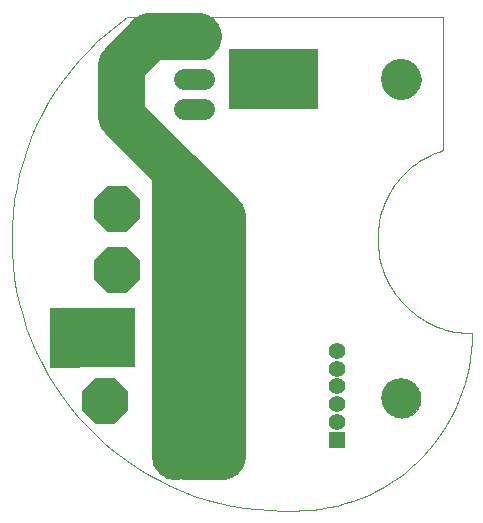
<source format=gts>
G75*
G70*
%OFA0B0*%
%FSLAX24Y24*%
%IPPOS*%
%LPD*%
%AMOC8*
5,1,8,0,0,1.08239X$1,22.5*
%
%ADD10C,0.0000*%
%ADD11C,0.1320*%
%ADD12C,0.1575*%
%ADD13OC8,0.1540*%
%ADD14R,0.0555X0.0555*%
%ADD15C,0.0555*%
%ADD16C,0.0700*%
%ADD17C,0.1340*%
%ADD18R,0.2040X0.1040*%
%ADD19R,0.1040X0.2040*%
D10*
X009193Y008145D02*
X009587Y008145D01*
X012490Y011885D02*
X012492Y011935D01*
X012498Y011985D01*
X012508Y012034D01*
X012521Y012083D01*
X012539Y012130D01*
X012560Y012176D01*
X012584Y012219D01*
X012612Y012261D01*
X012643Y012301D01*
X012677Y012338D01*
X012714Y012372D01*
X012754Y012403D01*
X012796Y012431D01*
X012839Y012455D01*
X012885Y012476D01*
X012932Y012494D01*
X012981Y012507D01*
X013030Y012517D01*
X013080Y012523D01*
X013130Y012525D01*
X013180Y012523D01*
X013230Y012517D01*
X013279Y012507D01*
X013328Y012494D01*
X013375Y012476D01*
X013421Y012455D01*
X013464Y012431D01*
X013506Y012403D01*
X013546Y012372D01*
X013583Y012338D01*
X013617Y012301D01*
X013648Y012261D01*
X013676Y012219D01*
X013700Y012176D01*
X013721Y012130D01*
X013739Y012083D01*
X013752Y012034D01*
X013762Y011985D01*
X013768Y011935D01*
X013770Y011885D01*
X013768Y011835D01*
X013762Y011785D01*
X013752Y011736D01*
X013739Y011687D01*
X013721Y011640D01*
X013700Y011594D01*
X013676Y011551D01*
X013648Y011509D01*
X013617Y011469D01*
X013583Y011432D01*
X013546Y011398D01*
X013506Y011367D01*
X013464Y011339D01*
X013421Y011315D01*
X013375Y011294D01*
X013328Y011276D01*
X013279Y011263D01*
X013230Y011253D01*
X013180Y011247D01*
X013130Y011245D01*
X013080Y011247D01*
X013030Y011253D01*
X012981Y011263D01*
X012932Y011276D01*
X012885Y011294D01*
X012839Y011315D01*
X012796Y011339D01*
X012754Y011367D01*
X012714Y011398D01*
X012677Y011432D01*
X012643Y011469D01*
X012612Y011509D01*
X012584Y011551D01*
X012560Y011594D01*
X012539Y011640D01*
X012521Y011687D01*
X012508Y011736D01*
X012498Y011785D01*
X012492Y011835D01*
X012490Y011885D01*
X015493Y014050D02*
X015486Y013769D01*
X015466Y013489D01*
X015433Y013209D01*
X015386Y012932D01*
X015327Y012658D01*
X015254Y012386D01*
X015168Y012118D01*
X015070Y011855D01*
X014959Y011597D01*
X014836Y011344D01*
X014702Y011097D01*
X014555Y010857D01*
X014398Y010624D01*
X014229Y010399D01*
X014050Y010182D01*
X013861Y009974D01*
X013663Y009776D01*
X013455Y009587D01*
X013238Y009408D01*
X013013Y009239D01*
X012780Y009082D01*
X012540Y008935D01*
X012293Y008801D01*
X012040Y008678D01*
X011782Y008567D01*
X011519Y008469D01*
X011251Y008383D01*
X010979Y008310D01*
X010705Y008251D01*
X010428Y008204D01*
X010148Y008171D01*
X009868Y008151D01*
X009587Y008144D01*
X009193Y008145D02*
X008762Y008155D01*
X008332Y008186D01*
X007904Y008237D01*
X007479Y008309D01*
X007058Y008400D01*
X006642Y008512D01*
X006231Y008643D01*
X005828Y008794D01*
X005431Y008963D01*
X005044Y009152D01*
X004665Y009358D01*
X004297Y009582D01*
X003941Y009824D01*
X003596Y010082D01*
X003263Y010357D01*
X002944Y010647D01*
X002640Y010951D01*
X002350Y011270D01*
X002075Y011603D01*
X001817Y011948D01*
X001575Y012304D01*
X001351Y012673D01*
X001145Y013051D01*
X000956Y013438D01*
X000787Y013835D01*
X000636Y014238D01*
X000505Y014649D01*
X000393Y015065D01*
X000302Y015486D01*
X000230Y015911D01*
X000179Y016339D01*
X000148Y016769D01*
X000138Y017200D01*
X003996Y024601D02*
X004036Y024601D01*
X009311Y024601D01*
X014508Y024601D01*
X014508Y020153D01*
X012471Y022515D02*
X012473Y022565D01*
X012479Y022615D01*
X012489Y022665D01*
X012502Y022713D01*
X012519Y022761D01*
X012540Y022807D01*
X012564Y022851D01*
X012592Y022893D01*
X012623Y022933D01*
X012657Y022970D01*
X012694Y023005D01*
X012733Y023036D01*
X012774Y023065D01*
X012818Y023090D01*
X012864Y023112D01*
X012911Y023130D01*
X012959Y023144D01*
X013008Y023155D01*
X013058Y023162D01*
X013108Y023165D01*
X013159Y023164D01*
X013209Y023159D01*
X013259Y023150D01*
X013307Y023138D01*
X013355Y023121D01*
X013401Y023101D01*
X013446Y023078D01*
X013489Y023051D01*
X013529Y023021D01*
X013567Y022988D01*
X013602Y022952D01*
X013635Y022913D01*
X013664Y022872D01*
X013690Y022829D01*
X013713Y022784D01*
X013732Y022737D01*
X013747Y022689D01*
X013759Y022640D01*
X013767Y022590D01*
X013771Y022540D01*
X013771Y022490D01*
X013767Y022440D01*
X013759Y022390D01*
X013747Y022341D01*
X013732Y022293D01*
X013713Y022246D01*
X013690Y022201D01*
X013664Y022158D01*
X013635Y022117D01*
X013602Y022078D01*
X013567Y022042D01*
X013529Y022009D01*
X013489Y021979D01*
X013446Y021952D01*
X013401Y021929D01*
X013355Y021909D01*
X013307Y021892D01*
X013259Y021880D01*
X013209Y021871D01*
X013159Y021866D01*
X013108Y021865D01*
X013058Y021868D01*
X013008Y021875D01*
X012959Y021886D01*
X012911Y021900D01*
X012864Y021918D01*
X012818Y021940D01*
X012774Y021965D01*
X012733Y021994D01*
X012694Y022025D01*
X012657Y022060D01*
X012623Y022097D01*
X012592Y022137D01*
X012564Y022179D01*
X012540Y022223D01*
X012519Y022269D01*
X012502Y022317D01*
X012489Y022365D01*
X012479Y022415D01*
X012473Y022465D01*
X012471Y022515D01*
X012343Y017239D02*
X012343Y017200D01*
X012342Y017239D02*
X012345Y017383D01*
X012356Y017527D01*
X012373Y017670D01*
X012396Y017812D01*
X012427Y017953D01*
X012464Y018092D01*
X012508Y018229D01*
X012558Y018364D01*
X012614Y018497D01*
X012677Y018626D01*
X012745Y018753D01*
X012820Y018876D01*
X012900Y018996D01*
X012986Y019112D01*
X013078Y019223D01*
X013174Y019330D01*
X013276Y019432D01*
X013382Y019530D01*
X013492Y019622D01*
X013607Y019709D01*
X013726Y019790D01*
X013849Y019866D01*
X013975Y019936D01*
X014104Y019999D01*
X014236Y020057D01*
X014371Y020108D01*
X014508Y020153D01*
X012342Y017200D02*
X012346Y017050D01*
X012356Y016901D01*
X012374Y016752D01*
X012399Y016604D01*
X012431Y016457D01*
X012470Y016313D01*
X012515Y016170D01*
X012568Y016029D01*
X012627Y015891D01*
X012692Y015757D01*
X012764Y015625D01*
X012842Y015497D01*
X012926Y015373D01*
X013016Y015253D01*
X013111Y015137D01*
X013212Y015026D01*
X013318Y014920D01*
X013429Y014819D01*
X013545Y014724D01*
X013665Y014634D01*
X013789Y014550D01*
X013917Y014472D01*
X014049Y014400D01*
X014183Y014335D01*
X014321Y014276D01*
X014462Y014223D01*
X014605Y014178D01*
X014749Y014139D01*
X014896Y014107D01*
X015044Y014082D01*
X015193Y014064D01*
X015342Y014054D01*
X015492Y014050D01*
X003996Y024602D02*
X003647Y024345D01*
X003310Y024072D01*
X002987Y023782D01*
X002678Y023478D01*
X002384Y023159D01*
X002105Y022826D01*
X001843Y022481D01*
X001598Y022123D01*
X001370Y021753D01*
X001161Y021374D01*
X000969Y020984D01*
X000797Y020586D01*
X000644Y020180D01*
X000511Y019767D01*
X000397Y019349D01*
X000304Y018925D01*
X000232Y018497D01*
X000180Y018066D01*
X000148Y017634D01*
X000138Y017200D01*
D11*
X013130Y011885D03*
D12*
X007146Y009975D02*
X005945Y009975D01*
X005591Y009975D02*
X005591Y019503D01*
X003799Y021294D01*
X003799Y023007D01*
X004351Y023558D01*
X004410Y023637D02*
X004725Y023952D01*
X006339Y023952D01*
X005709Y019405D02*
X007146Y017968D01*
X007146Y009975D01*
D13*
X005610Y009956D03*
X003248Y011806D03*
X003642Y016176D03*
X003642Y018184D03*
D14*
X010984Y010507D03*
D15*
X010984Y011097D03*
X010984Y011688D03*
X010984Y012279D03*
X010984Y012869D03*
X010980Y013460D03*
D16*
X006551Y021515D02*
X005891Y021515D01*
X005891Y022515D02*
X006551Y022515D01*
X006551Y023515D02*
X005891Y023515D01*
D17*
X013121Y022515D03*
D18*
X003248Y014405D03*
X003248Y013420D03*
D19*
X001910Y013912D03*
X007894Y022515D03*
X008878Y022515D03*
X009862Y022515D03*
M02*

</source>
